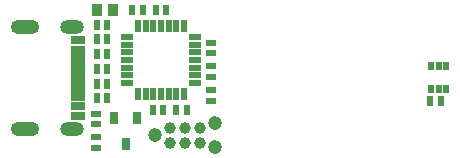
<source format=gts>
G04*
G04 #@! TF.GenerationSoftware,Altium Limited,Altium Designer,25.1.2 (22)*
G04*
G04 Layer_Color=8388736*
%FSLAX44Y44*%
%MOMM*%
G71*
G04*
G04 #@! TF.SameCoordinates,E3DFA4F9-DD02-4CCE-B99A-3B4F6649CBA6*
G04*
G04*
G04 #@! TF.FilePolarity,Negative*
G04*
G01*
G75*
%ADD21R,0.5032X0.6532*%
%ADD22R,0.5532X1.0032*%
%ADD23R,1.0032X0.5532*%
%ADD24C,0.9906*%
%ADD25R,0.6032X0.9032*%
%ADD26R,0.9032X0.6032*%
%ADD27R,0.9032X1.1032*%
%ADD28R,1.2032X0.5032*%
%ADD29R,1.2032X0.8032*%
%ADD30R,0.8032X1.1032*%
%ADD31C,1.1938*%
%ADD32O,2.4032X1.2032*%
%ADD33O,2.0032X1.2032*%
D21*
X381500Y79750D02*
D03*
X375000D02*
D03*
X368500D02*
D03*
Y60250D02*
D03*
X375000D02*
D03*
X381500D02*
D03*
D22*
X159500Y56500D02*
D03*
X146500D02*
D03*
X140000D02*
D03*
X133500D02*
D03*
X127000D02*
D03*
X120500D02*
D03*
X120500Y113500D02*
D03*
X127000D02*
D03*
X133500D02*
D03*
X140000D02*
D03*
X146500D02*
D03*
X153000D02*
D03*
X159500D02*
D03*
X153000Y56500D02*
D03*
D23*
X111500Y65500D02*
D03*
Y72000D02*
D03*
Y78500D02*
D03*
Y85000D02*
D03*
Y91500D02*
D03*
Y98000D02*
D03*
Y104500D02*
D03*
X168500D02*
D03*
Y98000D02*
D03*
Y91500D02*
D03*
Y85000D02*
D03*
Y78500D02*
D03*
Y72000D02*
D03*
Y65500D02*
D03*
D24*
X147300Y15000D02*
D03*
Y27700D02*
D03*
X160000Y15000D02*
D03*
Y27700D02*
D03*
X172700Y15000D02*
D03*
Y27700D02*
D03*
D25*
X377000Y50000D02*
D03*
X368000D02*
D03*
X85500Y115000D02*
D03*
X94500D02*
D03*
X162000Y42500D02*
D03*
X153000D02*
D03*
X115500Y127500D02*
D03*
X124500D02*
D03*
X144500Y127500D02*
D03*
X135500D02*
D03*
X142000Y42500D02*
D03*
X133000D02*
D03*
X94500Y77500D02*
D03*
X85500D02*
D03*
X94500Y65000D02*
D03*
X85500D02*
D03*
X94500Y102500D02*
D03*
X85500D02*
D03*
Y52500D02*
D03*
X94500D02*
D03*
X85500Y90000D02*
D03*
X94500D02*
D03*
D26*
X182500Y70500D02*
D03*
Y79500D02*
D03*
Y50500D02*
D03*
Y59500D02*
D03*
Y99500D02*
D03*
Y90500D02*
D03*
X85000Y39500D02*
D03*
Y30500D02*
D03*
Y10500D02*
D03*
Y19500D02*
D03*
D27*
X99000Y127500D02*
D03*
X86000D02*
D03*
D28*
X70000Y72500D02*
D03*
Y67500D02*
D03*
Y62500D02*
D03*
Y57500D02*
D03*
Y52500D02*
D03*
Y77500D02*
D03*
Y82500D02*
D03*
Y87500D02*
D03*
D29*
Y46000D02*
D03*
Y38000D02*
D03*
Y93500D02*
D03*
Y102000D02*
D03*
D30*
X100500Y36000D02*
D03*
X119500D02*
D03*
X110000Y14000D02*
D03*
D31*
X134600Y21350D02*
D03*
X185400Y31510D02*
D03*
Y11190D02*
D03*
D32*
X25000Y26800D02*
D03*
Y113200D02*
D03*
D33*
X65000Y26800D02*
D03*
Y113200D02*
D03*
M02*

</source>
